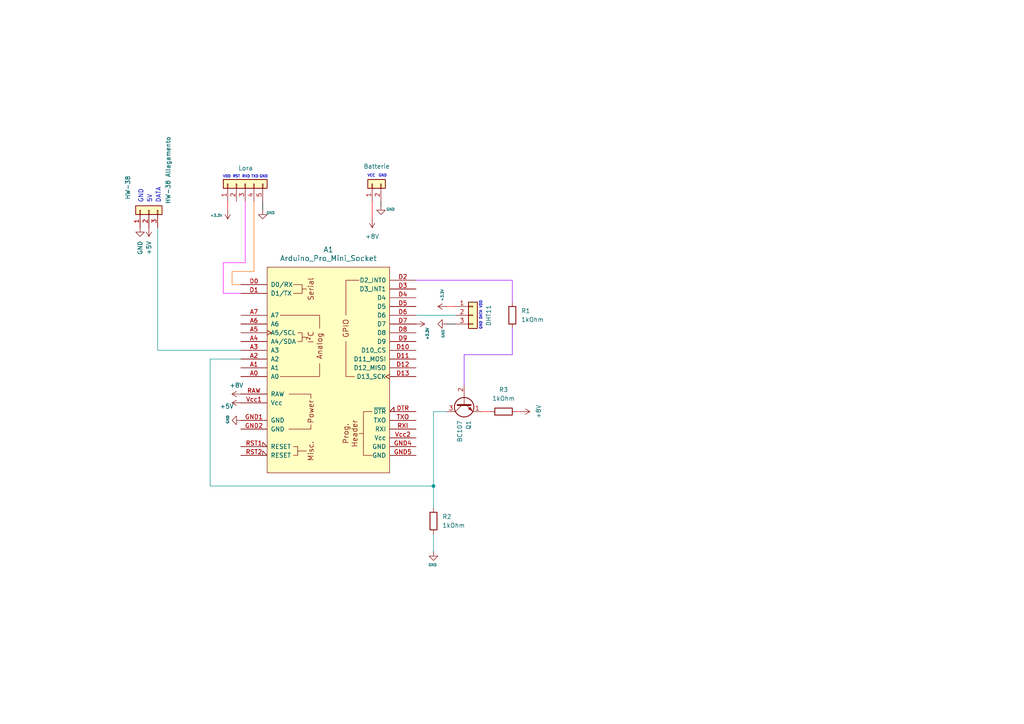
<source format=kicad_sch>
(kicad_sch
	(version 20250114)
	(generator "eeschema")
	(generator_version "9.0")
	(uuid "7caf8978-ebce-4730-ad25-e61529cd09d7")
	(paper "A4")
	(lib_symbols
		(symbol "Connector_Generic:Conn_01x02"
			(pin_names
				(offset 1.016)
				(hide yes)
			)
			(exclude_from_sim no)
			(in_bom yes)
			(on_board yes)
			(property "Reference" "J"
				(at 0 2.54 0)
				(effects
					(font
						(size 1.27 1.27)
					)
				)
			)
			(property "Value" "Conn_01x02"
				(at 0 -5.08 0)
				(effects
					(font
						(size 1.27 1.27)
					)
				)
			)
			(property "Footprint" ""
				(at 0 0 0)
				(effects
					(font
						(size 1.27 1.27)
					)
					(hide yes)
				)
			)
			(property "Datasheet" "~"
				(at 0 0 0)
				(effects
					(font
						(size 1.27 1.27)
					)
					(hide yes)
				)
			)
			(property "Description" "Generic connector, single row, 01x02, script generated (kicad-library-utils/schlib/autogen/connector/)"
				(at 0 0 0)
				(effects
					(font
						(size 1.27 1.27)
					)
					(hide yes)
				)
			)
			(property "ki_keywords" "connector"
				(at 0 0 0)
				(effects
					(font
						(size 1.27 1.27)
					)
					(hide yes)
				)
			)
			(property "ki_fp_filters" "Connector*:*_1x??_*"
				(at 0 0 0)
				(effects
					(font
						(size 1.27 1.27)
					)
					(hide yes)
				)
			)
			(symbol "Conn_01x02_1_1"
				(rectangle
					(start -1.27 1.27)
					(end 1.27 -3.81)
					(stroke
						(width 0.254)
						(type default)
					)
					(fill
						(type background)
					)
				)
				(rectangle
					(start -1.27 0.127)
					(end 0 -0.127)
					(stroke
						(width 0.1524)
						(type default)
					)
					(fill
						(type none)
					)
				)
				(rectangle
					(start -1.27 -2.413)
					(end 0 -2.667)
					(stroke
						(width 0.1524)
						(type default)
					)
					(fill
						(type none)
					)
				)
				(pin passive line
					(at -5.08 0 0)
					(length 3.81)
					(name "Pin_1"
						(effects
							(font
								(size 1.27 1.27)
							)
						)
					)
					(number "1"
						(effects
							(font
								(size 1.27 1.27)
							)
						)
					)
				)
				(pin passive line
					(at -5.08 -2.54 0)
					(length 3.81)
					(name "Pin_2"
						(effects
							(font
								(size 1.27 1.27)
							)
						)
					)
					(number "2"
						(effects
							(font
								(size 1.27 1.27)
							)
						)
					)
				)
			)
			(embedded_fonts no)
		)
		(symbol "Connector_Generic:Conn_01x03"
			(pin_names
				(offset 1.016)
				(hide yes)
			)
			(exclude_from_sim no)
			(in_bom yes)
			(on_board yes)
			(property "Reference" "J"
				(at 0 5.08 0)
				(effects
					(font
						(size 1.27 1.27)
					)
				)
			)
			(property "Value" "Conn_01x03"
				(at 0 -5.08 0)
				(effects
					(font
						(size 1.27 1.27)
					)
				)
			)
			(property "Footprint" ""
				(at 0 0 0)
				(effects
					(font
						(size 1.27 1.27)
					)
					(hide yes)
				)
			)
			(property "Datasheet" "~"
				(at 0 0 0)
				(effects
					(font
						(size 1.27 1.27)
					)
					(hide yes)
				)
			)
			(property "Description" "Generic connector, single row, 01x03, script generated (kicad-library-utils/schlib/autogen/connector/)"
				(at 0 0 0)
				(effects
					(font
						(size 1.27 1.27)
					)
					(hide yes)
				)
			)
			(property "ki_keywords" "connector"
				(at 0 0 0)
				(effects
					(font
						(size 1.27 1.27)
					)
					(hide yes)
				)
			)
			(property "ki_fp_filters" "Connector*:*_1x??_*"
				(at 0 0 0)
				(effects
					(font
						(size 1.27 1.27)
					)
					(hide yes)
				)
			)
			(symbol "Conn_01x03_1_1"
				(rectangle
					(start -1.27 3.81)
					(end 1.27 -3.81)
					(stroke
						(width 0.254)
						(type default)
					)
					(fill
						(type background)
					)
				)
				(rectangle
					(start -1.27 2.667)
					(end 0 2.413)
					(stroke
						(width 0.1524)
						(type default)
					)
					(fill
						(type none)
					)
				)
				(rectangle
					(start -1.27 0.127)
					(end 0 -0.127)
					(stroke
						(width 0.1524)
						(type default)
					)
					(fill
						(type none)
					)
				)
				(rectangle
					(start -1.27 -2.413)
					(end 0 -2.667)
					(stroke
						(width 0.1524)
						(type default)
					)
					(fill
						(type none)
					)
				)
				(pin passive line
					(at -5.08 2.54 0)
					(length 3.81)
					(name "Pin_1"
						(effects
							(font
								(size 1.27 1.27)
							)
						)
					)
					(number "1"
						(effects
							(font
								(size 1.27 1.27)
							)
						)
					)
				)
				(pin passive line
					(at -5.08 0 0)
					(length 3.81)
					(name "Pin_2"
						(effects
							(font
								(size 1.27 1.27)
							)
						)
					)
					(number "2"
						(effects
							(font
								(size 1.27 1.27)
							)
						)
					)
				)
				(pin passive line
					(at -5.08 -2.54 0)
					(length 3.81)
					(name "Pin_3"
						(effects
							(font
								(size 1.27 1.27)
							)
						)
					)
					(number "3"
						(effects
							(font
								(size 1.27 1.27)
							)
						)
					)
				)
			)
			(embedded_fonts no)
		)
		(symbol "Connector_Generic:Conn_01x05"
			(pin_names
				(offset 1.016)
				(hide yes)
			)
			(exclude_from_sim no)
			(in_bom yes)
			(on_board yes)
			(property "Reference" "J"
				(at 0 7.62 0)
				(effects
					(font
						(size 1.27 1.27)
					)
				)
			)
			(property "Value" "Conn_01x05"
				(at 0 -7.62 0)
				(effects
					(font
						(size 1.27 1.27)
					)
				)
			)
			(property "Footprint" ""
				(at 0 0 0)
				(effects
					(font
						(size 1.27 1.27)
					)
					(hide yes)
				)
			)
			(property "Datasheet" "~"
				(at 0 0 0)
				(effects
					(font
						(size 1.27 1.27)
					)
					(hide yes)
				)
			)
			(property "Description" "Generic connector, single row, 01x05, script generated (kicad-library-utils/schlib/autogen/connector/)"
				(at 0 0 0)
				(effects
					(font
						(size 1.27 1.27)
					)
					(hide yes)
				)
			)
			(property "ki_keywords" "connector"
				(at 0 0 0)
				(effects
					(font
						(size 1.27 1.27)
					)
					(hide yes)
				)
			)
			(property "ki_fp_filters" "Connector*:*_1x??_*"
				(at 0 0 0)
				(effects
					(font
						(size 1.27 1.27)
					)
					(hide yes)
				)
			)
			(symbol "Conn_01x05_1_1"
				(rectangle
					(start -1.27 6.35)
					(end 1.27 -6.35)
					(stroke
						(width 0.254)
						(type default)
					)
					(fill
						(type background)
					)
				)
				(rectangle
					(start -1.27 5.207)
					(end 0 4.953)
					(stroke
						(width 0.1524)
						(type default)
					)
					(fill
						(type none)
					)
				)
				(rectangle
					(start -1.27 2.667)
					(end 0 2.413)
					(stroke
						(width 0.1524)
						(type default)
					)
					(fill
						(type none)
					)
				)
				(rectangle
					(start -1.27 0.127)
					(end 0 -0.127)
					(stroke
						(width 0.1524)
						(type default)
					)
					(fill
						(type none)
					)
				)
				(rectangle
					(start -1.27 -2.413)
					(end 0 -2.667)
					(stroke
						(width 0.1524)
						(type default)
					)
					(fill
						(type none)
					)
				)
				(rectangle
					(start -1.27 -4.953)
					(end 0 -5.207)
					(stroke
						(width 0.1524)
						(type default)
					)
					(fill
						(type none)
					)
				)
				(pin passive line
					(at -5.08 5.08 0)
					(length 3.81)
					(name "Pin_1"
						(effects
							(font
								(size 1.27 1.27)
							)
						)
					)
					(number "1"
						(effects
							(font
								(size 1.27 1.27)
							)
						)
					)
				)
				(pin passive line
					(at -5.08 2.54 0)
					(length 3.81)
					(name "Pin_2"
						(effects
							(font
								(size 1.27 1.27)
							)
						)
					)
					(number "2"
						(effects
							(font
								(size 1.27 1.27)
							)
						)
					)
				)
				(pin passive line
					(at -5.08 0 0)
					(length 3.81)
					(name "Pin_3"
						(effects
							(font
								(size 1.27 1.27)
							)
						)
					)
					(number "3"
						(effects
							(font
								(size 1.27 1.27)
							)
						)
					)
				)
				(pin passive line
					(at -5.08 -2.54 0)
					(length 3.81)
					(name "Pin_4"
						(effects
							(font
								(size 1.27 1.27)
							)
						)
					)
					(number "4"
						(effects
							(font
								(size 1.27 1.27)
							)
						)
					)
				)
				(pin passive line
					(at -5.08 -5.08 0)
					(length 3.81)
					(name "Pin_5"
						(effects
							(font
								(size 1.27 1.27)
							)
						)
					)
					(number "5"
						(effects
							(font
								(size 1.27 1.27)
							)
						)
					)
				)
			)
			(embedded_fonts no)
		)
		(symbol "Device:R"
			(pin_numbers
				(hide yes)
			)
			(pin_names
				(offset 0)
			)
			(exclude_from_sim no)
			(in_bom yes)
			(on_board yes)
			(property "Reference" "R"
				(at 2.032 0 90)
				(effects
					(font
						(size 1.27 1.27)
					)
				)
			)
			(property "Value" "R"
				(at 0 0 90)
				(effects
					(font
						(size 1.27 1.27)
					)
				)
			)
			(property "Footprint" ""
				(at -1.778 0 90)
				(effects
					(font
						(size 1.27 1.27)
					)
					(hide yes)
				)
			)
			(property "Datasheet" "~"
				(at 0 0 0)
				(effects
					(font
						(size 1.27 1.27)
					)
					(hide yes)
				)
			)
			(property "Description" "Resistor"
				(at 0 0 0)
				(effects
					(font
						(size 1.27 1.27)
					)
					(hide yes)
				)
			)
			(property "ki_keywords" "R res resistor"
				(at 0 0 0)
				(effects
					(font
						(size 1.27 1.27)
					)
					(hide yes)
				)
			)
			(property "ki_fp_filters" "R_*"
				(at 0 0 0)
				(effects
					(font
						(size 1.27 1.27)
					)
					(hide yes)
				)
			)
			(symbol "R_0_1"
				(rectangle
					(start -1.016 -2.54)
					(end 1.016 2.54)
					(stroke
						(width 0.254)
						(type default)
					)
					(fill
						(type none)
					)
				)
			)
			(symbol "R_1_1"
				(pin passive line
					(at 0 3.81 270)
					(length 1.27)
					(name "~"
						(effects
							(font
								(size 1.27 1.27)
							)
						)
					)
					(number "1"
						(effects
							(font
								(size 1.27 1.27)
							)
						)
					)
				)
				(pin passive line
					(at 0 -3.81 90)
					(length 1.27)
					(name "~"
						(effects
							(font
								(size 1.27 1.27)
							)
						)
					)
					(number "2"
						(effects
							(font
								(size 1.27 1.27)
							)
						)
					)
				)
			)
			(embedded_fonts no)
		)
		(symbol "Transistor_BJT:BC107"
			(pin_names
				(offset 0)
				(hide yes)
			)
			(exclude_from_sim no)
			(in_bom yes)
			(on_board yes)
			(property "Reference" "Q"
				(at 5.08 1.905 0)
				(effects
					(font
						(size 1.27 1.27)
					)
					(justify left)
				)
			)
			(property "Value" "BC107"
				(at 5.08 0 0)
				(effects
					(font
						(size 1.27 1.27)
					)
					(justify left)
				)
			)
			(property "Footprint" "Package_TO_SOT_THT:TO-18-3"
				(at 5.08 -1.905 0)
				(effects
					(font
						(size 1.27 1.27)
						(italic yes)
					)
					(justify left)
					(hide yes)
				)
			)
			(property "Datasheet" "http://www.b-kainka.de/Daten/Transistor/BC108.pdf"
				(at 0 0 0)
				(effects
					(font
						(size 1.27 1.27)
					)
					(justify left)
					(hide yes)
				)
			)
			(property "Description" "0.1A Ic, 50V Vce, Low Noise General Purpose NPN Transistor, TO-18"
				(at 0 0 0)
				(effects
					(font
						(size 1.27 1.27)
					)
					(hide yes)
				)
			)
			(property "ki_keywords" "NPN low noise transistor"
				(at 0 0 0)
				(effects
					(font
						(size 1.27 1.27)
					)
					(hide yes)
				)
			)
			(property "ki_fp_filters" "TO?18*"
				(at 0 0 0)
				(effects
					(font
						(size 1.27 1.27)
					)
					(hide yes)
				)
			)
			(symbol "BC107_0_1"
				(polyline
					(pts
						(xy -2.54 0) (xy 0.635 0)
					)
					(stroke
						(width 0)
						(type default)
					)
					(fill
						(type none)
					)
				)
				(polyline
					(pts
						(xy 0.635 1.905) (xy 0.635 -1.905)
					)
					(stroke
						(width 0.508)
						(type default)
					)
					(fill
						(type none)
					)
				)
				(circle
					(center 1.27 0)
					(radius 2.8194)
					(stroke
						(width 0.254)
						(type default)
					)
					(fill
						(type none)
					)
				)
			)
			(symbol "BC107_1_1"
				(polyline
					(pts
						(xy 0.635 0.635) (xy 2.54 2.54)
					)
					(stroke
						(width 0)
						(type default)
					)
					(fill
						(type none)
					)
				)
				(polyline
					(pts
						(xy 0.635 -0.635) (xy 2.54 -2.54)
					)
					(stroke
						(width 0)
						(type default)
					)
					(fill
						(type none)
					)
				)
				(polyline
					(pts
						(xy 1.27 -1.778) (xy 1.778 -1.27) (xy 2.286 -2.286) (xy 1.27 -1.778)
					)
					(stroke
						(width 0)
						(type default)
					)
					(fill
						(type outline)
					)
				)
				(pin input line
					(at -5.08 0 0)
					(length 2.54)
					(name "B"
						(effects
							(font
								(size 1.27 1.27)
							)
						)
					)
					(number "2"
						(effects
							(font
								(size 1.27 1.27)
							)
						)
					)
				)
				(pin passive line
					(at 2.54 5.08 270)
					(length 2.54)
					(name "C"
						(effects
							(font
								(size 1.27 1.27)
							)
						)
					)
					(number "3"
						(effects
							(font
								(size 1.27 1.27)
							)
						)
					)
				)
				(pin passive line
					(at 2.54 -5.08 90)
					(length 2.54)
					(name "E"
						(effects
							(font
								(size 1.27 1.27)
							)
						)
					)
					(number "1"
						(effects
							(font
								(size 1.27 1.27)
							)
						)
					)
				)
			)
			(embedded_fonts no)
		)
		(symbol "arduino:Arduino_Pro_Mini_Socket"
			(pin_names
				(offset 1.016)
			)
			(exclude_from_sim no)
			(in_bom yes)
			(on_board yes)
			(property "Reference" "A"
				(at 0 36.83 0)
				(effects
					(font
						(size 1.524 1.524)
					)
				)
			)
			(property "Value" "Arduino_Pro_Mini_Socket"
				(at 0 33.02 0)
				(effects
					(font
						(size 1.524 1.524)
					)
				)
			)
			(property "Footprint" "PCM_arduino-library:Arduino_Pro_Mini_Socket"
				(at 0 -36.83 0)
				(effects
					(font
						(size 1.524 1.524)
					)
					(hide yes)
				)
			)
			(property "Datasheet" "https://docs.arduino.cc/retired/boards/arduino-pro-mini"
				(at 0 -33.02 0)
				(effects
					(font
						(size 1.524 1.524)
					)
					(hide yes)
				)
			)
			(property "Description" "Socket for Arduino Pro Mini"
				(at 0 0 0)
				(effects
					(font
						(size 1.27 1.27)
					)
					(hide yes)
				)
			)
			(property "ki_keywords" "Arduino MPU Shield"
				(at 0 0 0)
				(effects
					(font
						(size 1.27 1.27)
					)
					(hide yes)
				)
			)
			(property "ki_fp_filters" "Arduino_Pro_Mini_Socket"
				(at 0 0 0)
				(effects
					(font
						(size 1.27 1.27)
					)
					(hide yes)
				)
			)
			(symbol "Arduino_Pro_Mini_Socket_0_0"
				(rectangle
					(start -17.78 30.48)
					(end 17.78 -29.21)
					(stroke
						(width 0)
						(type default)
					)
					(fill
						(type background)
					)
				)
				(polyline
					(pts
						(xy -11.43 -16.51) (xy -5.08 -16.51) (xy -5.08 -15.24)
					)
					(stroke
						(width 0)
						(type default)
					)
					(fill
						(type none)
					)
				)
				(polyline
					(pts
						(xy -10.16 25.4) (xy -7.62 25.4) (xy -7.62 22.86) (xy -10.16 22.86)
					)
					(stroke
						(width 0)
						(type default)
					)
					(fill
						(type none)
					)
				)
				(polyline
					(pts
						(xy -8.89 11.43) (xy -7.62 11.43) (xy -7.62 8.89) (xy -8.89 8.89)
					)
					(stroke
						(width 0)
						(type default)
					)
					(fill
						(type none)
					)
				)
				(polyline
					(pts
						(xy -7.62 24.13) (xy -6.35 24.13)
					)
					(stroke
						(width 0)
						(type default)
					)
					(fill
						(type none)
					)
				)
				(polyline
					(pts
						(xy -7.62 10.16) (xy -6.35 10.16)
					)
					(stroke
						(width 0)
						(type default)
					)
					(fill
						(type none)
					)
				)
				(polyline
					(pts
						(xy -6.35 -22.86) (xy -8.89 -22.86)
					)
					(stroke
						(width 0)
						(type default)
					)
					(fill
						(type none)
					)
				)
				(polyline
					(pts
						(xy -5.08 -7.62) (xy -5.08 -6.35) (xy -11.43 -6.35)
					)
					(stroke
						(width 0)
						(type default)
					)
					(fill
						(type none)
					)
				)
				(polyline
					(pts
						(xy -2.54 12.7) (xy -2.54 16.51) (xy -13.97 16.51)
					)
					(stroke
						(width 0)
						(type default)
					)
					(fill
						(type none)
					)
				)
				(polyline
					(pts
						(xy -2.54 2.54) (xy -2.54 -1.27) (xy -13.97 -1.27)
					)
					(stroke
						(width 0)
						(type default)
					)
					(fill
						(type none)
					)
				)
				(polyline
					(pts
						(xy 12.7 -11.43) (xy 10.16 -11.43) (xy 10.16 -16.51) (xy 10.16 -17.78) (xy 8.89 -17.78) (xy 10.16 -17.78)
						(xy 10.16 -24.13) (xy 12.7 -24.13)
					)
					(stroke
						(width 0)
						(type default)
					)
					(fill
						(type none)
					)
				)
				(text "Serial"
					(at -5.08 24.13 900)
					(effects
						(font
							(size 1.524 1.524)
						)
					)
				)
				(text "I²C"
					(at -5.08 10.16 900)
					(effects
						(font
							(size 1.524 1.524)
						)
					)
				)
				(text "Power"
					(at -5.08 -11.43 900)
					(effects
						(font
							(size 1.524 1.524)
						)
					)
				)
				(text "Misc."
					(at -5.08 -22.86 900)
					(effects
						(font
							(size 1.524 1.524)
						)
					)
				)
				(text "Analog"
					(at -2.54 7.62 900)
					(effects
						(font
							(size 1.524 1.524)
						)
					)
				)
				(text "Prog."
					(at 5.08 -17.78 900)
					(effects
						(font
							(size 1.524 1.524)
						)
					)
				)
				(text "Header"
					(at 7.62 -17.78 900)
					(effects
						(font
							(size 1.524 1.524)
						)
					)
				)
			)
			(symbol "Arduino_Pro_Mini_Socket_0_1"
				(polyline
					(pts
						(xy -10.16 -24.13) (xy -8.89 -24.13) (xy -8.89 -21.59) (xy -10.16 -21.59)
					)
					(stroke
						(width 0)
						(type default)
					)
					(fill
						(type none)
					)
				)
				(polyline
					(pts
						(xy 7.62 -1.27) (xy 5.08 -1.27) (xy 5.08 8.89)
					)
					(stroke
						(width 0)
						(type default)
					)
					(fill
						(type none)
					)
				)
				(polyline
					(pts
						(xy 8.89 26.67) (xy 5.08 26.67) (xy 5.08 16.51)
					)
					(stroke
						(width 0)
						(type default)
					)
					(fill
						(type none)
					)
				)
			)
			(symbol "Arduino_Pro_Mini_Socket_1_0"
				(text "GPIO"
					(at 5.08 12.7 900)
					(effects
						(font
							(size 1.524 1.524)
						)
					)
				)
			)
			(symbol "Arduino_Pro_Mini_Socket_1_1"
				(pin bidirectional line
					(at -25.4 25.4 0)
					(length 7.62)
					(name "D0/RX"
						(effects
							(font
								(size 1.27 1.27)
							)
						)
					)
					(number "D0"
						(effects
							(font
								(size 1.27 1.27)
							)
						)
					)
				)
				(pin bidirectional line
					(at -25.4 22.86 0)
					(length 7.62)
					(name "D1/TX"
						(effects
							(font
								(size 1.27 1.27)
							)
						)
					)
					(number "D1"
						(effects
							(font
								(size 1.27 1.27)
							)
						)
					)
				)
				(pin input line
					(at -25.4 16.51 0)
					(length 7.62)
					(name "A7"
						(effects
							(font
								(size 1.27 1.27)
							)
						)
					)
					(number "A7"
						(effects
							(font
								(size 1.27 1.27)
							)
						)
					)
				)
				(pin input line
					(at -25.4 13.97 0)
					(length 7.62)
					(name "A6"
						(effects
							(font
								(size 1.27 1.27)
							)
						)
					)
					(number "A6"
						(effects
							(font
								(size 1.27 1.27)
							)
						)
					)
				)
				(pin bidirectional clock
					(at -25.4 11.43 0)
					(length 7.62)
					(name "A5/SCL"
						(effects
							(font
								(size 1.27 1.27)
							)
						)
					)
					(number "A5"
						(effects
							(font
								(size 1.27 1.27)
							)
						)
					)
				)
				(pin bidirectional line
					(at -25.4 8.89 0)
					(length 7.62)
					(name "A4/SDA"
						(effects
							(font
								(size 1.27 1.27)
							)
						)
					)
					(number "A4"
						(effects
							(font
								(size 1.27 1.27)
							)
						)
					)
				)
				(pin bidirectional line
					(at -25.4 6.35 0)
					(length 7.62)
					(name "A3"
						(effects
							(font
								(size 1.27 1.27)
							)
						)
					)
					(number "A3"
						(effects
							(font
								(size 1.27 1.27)
							)
						)
					)
				)
				(pin bidirectional line
					(at -25.4 3.81 0)
					(length 7.62)
					(name "A2"
						(effects
							(font
								(size 1.27 1.27)
							)
						)
					)
					(number "A2"
						(effects
							(font
								(size 1.27 1.27)
							)
						)
					)
				)
				(pin bidirectional line
					(at -25.4 1.27 0)
					(length 7.62)
					(name "A1"
						(effects
							(font
								(size 1.27 1.27)
							)
						)
					)
					(number "A1"
						(effects
							(font
								(size 1.27 1.27)
							)
						)
					)
				)
				(pin bidirectional line
					(at -25.4 -1.27 0)
					(length 7.62)
					(name "A0"
						(effects
							(font
								(size 1.27 1.27)
							)
						)
					)
					(number "A0"
						(effects
							(font
								(size 1.27 1.27)
							)
						)
					)
				)
				(pin power_in line
					(at -25.4 -6.35 0)
					(length 7.62)
					(name "RAW"
						(effects
							(font
								(size 1.27 1.27)
							)
						)
					)
					(number "RAW"
						(effects
							(font
								(size 1.27 1.27)
							)
						)
					)
				)
				(pin power_in line
					(at -25.4 -8.89 0)
					(length 7.62)
					(name "Vcc"
						(effects
							(font
								(size 1.27 1.27)
							)
						)
					)
					(number "Vcc1"
						(effects
							(font
								(size 1.27 1.27)
							)
						)
					)
				)
				(pin power_in line
					(at -25.4 -13.97 0)
					(length 7.62)
					(name "GND"
						(effects
							(font
								(size 1.27 1.27)
							)
						)
					)
					(number "GND1"
						(effects
							(font
								(size 1.27 1.27)
							)
						)
					)
				)
				(pin power_in line
					(at -25.4 -16.51 0)
					(length 7.62)
					(name "GND"
						(effects
							(font
								(size 1.27 1.27)
							)
						)
					)
					(number "GND2"
						(effects
							(font
								(size 1.27 1.27)
							)
						)
					)
				)
				(pin open_collector input_low
					(at -25.4 -21.59 0)
					(length 7.62)
					(name "RESET"
						(effects
							(font
								(size 1.27 1.27)
							)
						)
					)
					(number "RST1"
						(effects
							(font
								(size 1.27 1.27)
							)
						)
					)
				)
				(pin open_collector input_low
					(at -25.4 -24.13 0)
					(length 7.62)
					(name "RESET"
						(effects
							(font
								(size 1.27 1.27)
							)
						)
					)
					(number "RST2"
						(effects
							(font
								(size 1.27 1.27)
							)
						)
					)
				)
				(pin bidirectional line
					(at 25.4 26.67 180)
					(length 7.62)
					(name "D2_INT0"
						(effects
							(font
								(size 1.27 1.27)
							)
						)
					)
					(number "D2"
						(effects
							(font
								(size 1.27 1.27)
							)
						)
					)
				)
				(pin bidirectional line
					(at 25.4 24.13 180)
					(length 7.62)
					(name "D3_INT1"
						(effects
							(font
								(size 1.27 1.27)
							)
						)
					)
					(number "D3"
						(effects
							(font
								(size 1.27 1.27)
							)
						)
					)
				)
				(pin bidirectional line
					(at 25.4 21.59 180)
					(length 7.62)
					(name "D4"
						(effects
							(font
								(size 1.27 1.27)
							)
						)
					)
					(number "D4"
						(effects
							(font
								(size 1.27 1.27)
							)
						)
					)
				)
				(pin bidirectional line
					(at 25.4 19.05 180)
					(length 7.62)
					(name "D5"
						(effects
							(font
								(size 1.27 1.27)
							)
						)
					)
					(number "D5"
						(effects
							(font
								(size 1.27 1.27)
							)
						)
					)
				)
				(pin bidirectional line
					(at 25.4 16.51 180)
					(length 7.62)
					(name "D6"
						(effects
							(font
								(size 1.27 1.27)
							)
						)
					)
					(number "D6"
						(effects
							(font
								(size 1.27 1.27)
							)
						)
					)
				)
				(pin bidirectional line
					(at 25.4 13.97 180)
					(length 7.62)
					(name "D7"
						(effects
							(font
								(size 1.27 1.27)
							)
						)
					)
					(number "D7"
						(effects
							(font
								(size 1.27 1.27)
							)
						)
					)
				)
				(pin bidirectional line
					(at 25.4 11.43 180)
					(length 7.62)
					(name "D8"
						(effects
							(font
								(size 1.27 1.27)
							)
						)
					)
					(number "D8"
						(effects
							(font
								(size 1.27 1.27)
							)
						)
					)
				)
				(pin bidirectional line
					(at 25.4 8.89 180)
					(length 7.62)
					(name "D9"
						(effects
							(font
								(size 1.27 1.27)
							)
						)
					)
					(number "D9"
						(effects
							(font
								(size 1.27 1.27)
							)
						)
					)
				)
				(pin bidirectional line
					(at 25.4 6.35 180)
					(length 7.62)
					(name "D10_CS"
						(effects
							(font
								(size 1.27 1.27)
							)
						)
					)
					(number "D10"
						(effects
							(font
								(size 1.27 1.27)
							)
						)
					)
				)
				(pin bidirectional line
					(at 25.4 3.81 180)
					(length 7.62)
					(name "D11_MOSI"
						(effects
							(font
								(size 1.27 1.27)
							)
						)
					)
					(number "D11"
						(effects
							(font
								(size 1.27 1.27)
							)
						)
					)
				)
				(pin bidirectional line
					(at 25.4 1.27 180)
					(length 7.62)
					(name "D12_MISO"
						(effects
							(font
								(size 1.27 1.27)
							)
						)
					)
					(number "D12"
						(effects
							(font
								(size 1.27 1.27)
							)
						)
					)
				)
				(pin bidirectional clock
					(at 25.4 -1.27 180)
					(length 7.62)
					(name "D13_SCK"
						(effects
							(font
								(size 1.27 1.27)
							)
						)
					)
					(number "D13"
						(effects
							(font
								(size 1.27 1.27)
							)
						)
					)
				)
				(pin input input_low
					(at 25.4 -11.43 180)
					(length 7.62)
					(name "~{DTR}"
						(effects
							(font
								(size 1.27 1.27)
							)
						)
					)
					(number "DTR"
						(effects
							(font
								(size 1.27 1.27)
							)
						)
					)
				)
				(pin output line
					(at 25.4 -13.97 180)
					(length 7.62)
					(name "TXO"
						(effects
							(font
								(size 1.27 1.27)
							)
						)
					)
					(number "TXO"
						(effects
							(font
								(size 1.27 1.27)
							)
						)
					)
				)
				(pin input line
					(at 25.4 -16.51 180)
					(length 7.62)
					(name "RXI"
						(effects
							(font
								(size 1.27 1.27)
							)
						)
					)
					(number "RXI"
						(effects
							(font
								(size 1.27 1.27)
							)
						)
					)
				)
				(pin power_in line
					(at 25.4 -19.05 180)
					(length 7.62)
					(name "Vcc"
						(effects
							(font
								(size 1.27 1.27)
							)
						)
					)
					(number "Vcc2"
						(effects
							(font
								(size 1.27 1.27)
							)
						)
					)
				)
				(pin power_in line
					(at 25.4 -21.59 180)
					(length 7.62)
					(name "GND"
						(effects
							(font
								(size 1.27 1.27)
							)
						)
					)
					(number "GND4"
						(effects
							(font
								(size 1.27 1.27)
							)
						)
					)
				)
				(pin power_in line
					(at 25.4 -24.13 180)
					(length 7.62)
					(name "GND"
						(effects
							(font
								(size 1.27 1.27)
							)
						)
					)
					(number "GND5"
						(effects
							(font
								(size 1.27 1.27)
							)
						)
					)
				)
			)
			(embedded_fonts no)
		)
		(symbol "power:+3.3V"
			(power)
			(pin_numbers
				(hide yes)
			)
			(pin_names
				(offset 0)
				(hide yes)
			)
			(exclude_from_sim no)
			(in_bom yes)
			(on_board yes)
			(property "Reference" "#PWR"
				(at 0 -3.81 0)
				(effects
					(font
						(size 1.27 1.27)
					)
					(hide yes)
				)
			)
			(property "Value" "+3.3V"
				(at 0 3.556 0)
				(effects
					(font
						(size 1.27 1.27)
					)
				)
			)
			(property "Footprint" ""
				(at 0 0 0)
				(effects
					(font
						(size 1.27 1.27)
					)
					(hide yes)
				)
			)
			(property "Datasheet" ""
				(at 0 0 0)
				(effects
					(font
						(size 1.27 1.27)
					)
					(hide yes)
				)
			)
			(property "Description" "Power symbol creates a global label with name \"+3.3V\""
				(at 0 0 0)
				(effects
					(font
						(size 1.27 1.27)
					)
					(hide yes)
				)
			)
			(property "ki_keywords" "global power"
				(at 0 0 0)
				(effects
					(font
						(size 1.27 1.27)
					)
					(hide yes)
				)
			)
			(symbol "+3.3V_0_1"
				(polyline
					(pts
						(xy -0.762 1.27) (xy 0 2.54)
					)
					(stroke
						(width 0)
						(type default)
					)
					(fill
						(type none)
					)
				)
				(polyline
					(pts
						(xy 0 2.54) (xy 0.762 1.27)
					)
					(stroke
						(width 0)
						(type default)
					)
					(fill
						(type none)
					)
				)
				(polyline
					(pts
						(xy 0 0) (xy 0 2.54)
					)
					(stroke
						(width 0)
						(type default)
					)
					(fill
						(type none)
					)
				)
			)
			(symbol "+3.3V_1_1"
				(pin power_in line
					(at 0 0 90)
					(length 0)
					(name "~"
						(effects
							(font
								(size 1.27 1.27)
							)
						)
					)
					(number "1"
						(effects
							(font
								(size 1.27 1.27)
							)
						)
					)
				)
			)
			(embedded_fonts no)
		)
		(symbol "power:+5V"
			(power)
			(pin_numbers
				(hide yes)
			)
			(pin_names
				(offset 0)
				(hide yes)
			)
			(exclude_from_sim no)
			(in_bom yes)
			(on_board yes)
			(property "Reference" "#PWR"
				(at 0 -3.81 0)
				(effects
					(font
						(size 1.27 1.27)
					)
					(hide yes)
				)
			)
			(property "Value" "+5V"
				(at 0 3.556 0)
				(effects
					(font
						(size 1.27 1.27)
					)
				)
			)
			(property "Footprint" ""
				(at 0 0 0)
				(effects
					(font
						(size 1.27 1.27)
					)
					(hide yes)
				)
			)
			(property "Datasheet" ""
				(at 0 0 0)
				(effects
					(font
						(size 1.27 1.27)
					)
					(hide yes)
				)
			)
			(property "Description" "Power symbol creates a global label with name \"+5V\""
				(at 0 0 0)
				(effects
					(font
						(size 1.27 1.27)
					)
					(hide yes)
				)
			)
			(property "ki_keywords" "global power"
				(at 0 0 0)
				(effects
					(font
						(size 1.27 1.27)
					)
					(hide yes)
				)
			)
			(symbol "+5V_0_1"
				(polyline
					(pts
						(xy -0.762 1.27) (xy 0 2.54)
					)
					(stroke
						(width 0)
						(type default)
					)
					(fill
						(type none)
					)
				)
				(polyline
					(pts
						(xy 0 2.54) (xy 0.762 1.27)
					)
					(stroke
						(width 0)
						(type default)
					)
					(fill
						(type none)
					)
				)
				(polyline
					(pts
						(xy 0 0) (xy 0 2.54)
					)
					(stroke
						(width 0)
						(type default)
					)
					(fill
						(type none)
					)
				)
			)
			(symbol "+5V_1_1"
				(pin power_in line
					(at 0 0 90)
					(length 0)
					(name "~"
						(effects
							(font
								(size 1.27 1.27)
							)
						)
					)
					(number "1"
						(effects
							(font
								(size 1.27 1.27)
							)
						)
					)
				)
			)
			(embedded_fonts no)
		)
		(symbol "power:+7.5V"
			(power)
			(pin_numbers
				(hide yes)
			)
			(pin_names
				(offset 0)
				(hide yes)
			)
			(exclude_from_sim no)
			(in_bom yes)
			(on_board yes)
			(property "Reference" "#PWR"
				(at 0 -3.81 0)
				(effects
					(font
						(size 1.27 1.27)
					)
					(hide yes)
				)
			)
			(property "Value" "+7.5V"
				(at 0 3.556 0)
				(effects
					(font
						(size 1.27 1.27)
					)
				)
			)
			(property "Footprint" ""
				(at 0 0 0)
				(effects
					(font
						(size 1.27 1.27)
					)
					(hide yes)
				)
			)
			(property "Datasheet" ""
				(at 0 0 0)
				(effects
					(font
						(size 1.27 1.27)
					)
					(hide yes)
				)
			)
			(property "Description" "Power symbol creates a global label with name \"+7.5V\""
				(at 0 0 0)
				(effects
					(font
						(size 1.27 1.27)
					)
					(hide yes)
				)
			)
			(property "ki_keywords" "global power"
				(at 0 0 0)
				(effects
					(font
						(size 1.27 1.27)
					)
					(hide yes)
				)
			)
			(symbol "+7.5V_0_1"
				(polyline
					(pts
						(xy -0.762 1.27) (xy 0 2.54)
					)
					(stroke
						(width 0)
						(type default)
					)
					(fill
						(type none)
					)
				)
				(polyline
					(pts
						(xy 0 2.54) (xy 0.762 1.27)
					)
					(stroke
						(width 0)
						(type default)
					)
					(fill
						(type none)
					)
				)
				(polyline
					(pts
						(xy 0 0) (xy 0 2.54)
					)
					(stroke
						(width 0)
						(type default)
					)
					(fill
						(type none)
					)
				)
			)
			(symbol "+7.5V_1_1"
				(pin power_in line
					(at 0 0 90)
					(length 0)
					(name "~"
						(effects
							(font
								(size 1.27 1.27)
							)
						)
					)
					(number "1"
						(effects
							(font
								(size 1.27 1.27)
							)
						)
					)
				)
			)
			(embedded_fonts no)
		)
		(symbol "power:+8V"
			(power)
			(pin_numbers
				(hide yes)
			)
			(pin_names
				(offset 0)
				(hide yes)
			)
			(exclude_from_sim no)
			(in_bom yes)
			(on_board yes)
			(property "Reference" "#PWR"
				(at 0 -3.81 0)
				(effects
					(font
						(size 1.27 1.27)
					)
					(hide yes)
				)
			)
			(property "Value" "+8V"
				(at 0 3.556 0)
				(effects
					(font
						(size 1.27 1.27)
					)
				)
			)
			(property "Footprint" ""
				(at 0 0 0)
				(effects
					(font
						(size 1.27 1.27)
					)
					(hide yes)
				)
			)
			(property "Datasheet" ""
				(at 0 0 0)
				(effects
					(font
						(size 1.27 1.27)
					)
					(hide yes)
				)
			)
			(property "Description" "Power symbol creates a global label with name \"+8V\""
				(at 0 0 0)
				(effects
					(font
						(size 1.27 1.27)
					)
					(hide yes)
				)
			)
			(property "ki_keywords" "global power"
				(at 0 0 0)
				(effects
					(font
						(size 1.27 1.27)
					)
					(hide yes)
				)
			)
			(symbol "+8V_0_1"
				(polyline
					(pts
						(xy -0.762 1.27) (xy 0 2.54)
					)
					(stroke
						(width 0)
						(type default)
					)
					(fill
						(type none)
					)
				)
				(polyline
					(pts
						(xy 0 2.54) (xy 0.762 1.27)
					)
					(stroke
						(width 0)
						(type default)
					)
					(fill
						(type none)
					)
				)
				(polyline
					(pts
						(xy 0 0) (xy 0 2.54)
					)
					(stroke
						(width 0)
						(type default)
					)
					(fill
						(type none)
					)
				)
			)
			(symbol "+8V_1_1"
				(pin power_in line
					(at 0 0 90)
					(length 0)
					(name "~"
						(effects
							(font
								(size 1.27 1.27)
							)
						)
					)
					(number "1"
						(effects
							(font
								(size 1.27 1.27)
							)
						)
					)
				)
			)
			(embedded_fonts no)
		)
		(symbol "power:GND"
			(power)
			(pin_numbers
				(hide yes)
			)
			(pin_names
				(offset 0)
				(hide yes)
			)
			(exclude_from_sim no)
			(in_bom yes)
			(on_board yes)
			(property "Reference" "#PWR"
				(at 0 -6.35 0)
				(effects
					(font
						(size 1.27 1.27)
					)
					(hide yes)
				)
			)
			(property "Value" "GND"
				(at 0 -3.81 0)
				(effects
					(font
						(size 1.27 1.27)
					)
				)
			)
			(property "Footprint" ""
				(at 0 0 0)
				(effects
					(font
						(size 1.27 1.27)
					)
					(hide yes)
				)
			)
			(property "Datasheet" ""
				(at 0 0 0)
				(effects
					(font
						(size 1.27 1.27)
					)
					(hide yes)
				)
			)
			(property "Description" "Power symbol creates a global label with name \"GND\" , ground"
				(at 0 0 0)
				(effects
					(font
						(size 1.27 1.27)
					)
					(hide yes)
				)
			)
			(property "ki_keywords" "global power"
				(at 0 0 0)
				(effects
					(font
						(size 1.27 1.27)
					)
					(hide yes)
				)
			)
			(symbol "GND_0_1"
				(polyline
					(pts
						(xy 0 0) (xy 0 -1.27) (xy 1.27 -1.27) (xy 0 -2.54) (xy -1.27 -1.27) (xy 0 -1.27)
					)
					(stroke
						(width 0)
						(type default)
					)
					(fill
						(type none)
					)
				)
			)
			(symbol "GND_1_1"
				(pin power_in line
					(at 0 0 270)
					(length 0)
					(name "~"
						(effects
							(font
								(size 1.27 1.27)
							)
						)
					)
					(number "1"
						(effects
							(font
								(size 1.27 1.27)
							)
						)
					)
				)
			)
			(embedded_fonts no)
		)
	)
	(text "VCC"
		(exclude_from_sim no)
		(at 107.696 51.054 0)
		(effects
			(font
				(size 0.762 0.762)
			)
		)
		(uuid "023a021c-15ad-495e-a8fc-f65a78399792")
	)
	(text "GND"
		(exclude_from_sim no)
		(at 139.446 94.488 90)
		(effects
			(font
				(size 0.762 0.762)
			)
		)
		(uuid "0cd5b9c1-35c1-401b-ad3e-64b946a078ae")
	)
	(text "DATA"
		(exclude_from_sim no)
		(at 45.974 56.642 90)
		(effects
			(font
				(size 1.27 1.27)
			)
		)
		(uuid "1621dc4f-4018-42cd-a6fa-da973577f9ee")
	)
	(text "5V"
		(exclude_from_sim no)
		(at 43.434 57.658 90)
		(effects
			(font
				(size 1.27 1.27)
			)
		)
		(uuid "365dba18-5d01-4687-ade0-57aa946ae6eb")
	)
	(text "TXD"
		(exclude_from_sim no)
		(at 73.914 51.308 0)
		(effects
			(font
				(size 0.762 0.762)
			)
		)
		(uuid "46e917e5-f05d-4426-91e7-91c612ece025")
	)
	(text "GND"
		(exclude_from_sim no)
		(at 40.894 56.896 90)
		(effects
			(font
				(size 1.27 1.27)
			)
		)
		(uuid "6409fb69-6f8b-4baf-9fe5-49467bbab363")
	)
	(text "GND\n"
		(exclude_from_sim no)
		(at 76.454 51.308 0)
		(effects
			(font
				(size 0.762 0.762)
			)
		)
		(uuid "68d7ec9e-c1f7-45f8-b104-69bf8db1b221")
	)
	(text "VDD"
		(exclude_from_sim no)
		(at 139.446 88.392 90)
		(effects
			(font
				(size 0.762 0.762)
			)
		)
		(uuid "85c5dea5-39dd-4e19-bcaf-e6d880f48bae")
	)
	(text "DATA"
		(exclude_from_sim no)
		(at 139.446 91.44 90)
		(effects
			(font
				(size 0.762 0.762)
			)
		)
		(uuid "c116bd13-e5bf-463d-9580-0739b261352b")
	)
	(text "RXD"
		(exclude_from_sim no)
		(at 71.374 51.308 0)
		(effects
			(font
				(size 0.762 0.762)
			)
		)
		(uuid "e6a37a20-05b4-4571-aa8e-222c7935b1c6")
	)
	(text "RST"
		(exclude_from_sim no)
		(at 68.58 51.308 0)
		(effects
			(font
				(size 0.762 0.762)
			)
		)
		(uuid "e8cfa590-83b8-477c-b52a-e037d55ab002")
	)
	(text "GND"
		(exclude_from_sim no)
		(at 110.998 51.054 0)
		(effects
			(font
				(size 0.762 0.762)
			)
		)
		(uuid "eb644fbf-ffe7-47c1-a444-9e2a91b3f222")
	)
	(text "VDD\n"
		(exclude_from_sim no)
		(at 65.786 51.308 0)
		(effects
			(font
				(size 0.762 0.762)
			)
		)
		(uuid "f3780441-4913-4480-860b-fdad214cab63")
	)
	(junction
		(at 125.73 140.97)
		(diameter 0)
		(color 0 144 144 1)
		(uuid "5ab87221-fa35-4ef1-a8ac-8c4ef478a969")
	)
	(wire
		(pts
			(xy 125.73 119.38) (xy 129.54 119.38)
		)
		(stroke
			(width 0)
			(type default)
			(color 0 144 144 1)
		)
		(uuid "0cb1adc9-64ac-4abf-b60e-5d15f59a4c37")
	)
	(wire
		(pts
			(xy 64.77 76.2) (xy 64.77 85.09)
		)
		(stroke
			(width 0)
			(type default)
			(color 255 4 255 1)
		)
		(uuid "0d787502-69bf-45bc-8aa2-8eaebc956cad")
	)
	(wire
		(pts
			(xy 107.95 58.42) (xy 107.95 63.5)
		)
		(stroke
			(width 0)
			(type default)
			(color 255 0 0 1)
		)
		(uuid "0e2eeeca-50f6-49d1-b4a7-d9cc3aec044c")
	)
	(wire
		(pts
			(xy 134.62 102.87) (xy 148.59 102.87)
		)
		(stroke
			(width 0)
			(type default)
			(color 128 0 255 1)
		)
		(uuid "1e6553bb-52d1-408d-8697-e219180a62a4")
	)
	(wire
		(pts
			(xy 151.13 119.38) (xy 149.86 119.38)
		)
		(stroke
			(width 0)
			(type default)
			(color 255 0 0 1)
		)
		(uuid "226e3437-7e43-459a-bae6-b1ccdcdda42f")
	)
	(wire
		(pts
			(xy 125.73 119.38) (xy 125.73 140.97)
		)
		(stroke
			(width 0)
			(type default)
			(color 0 144 144 1)
		)
		(uuid "2bfd46b0-f48e-4338-a890-aceab1237451")
	)
	(wire
		(pts
			(xy 67.31 82.55) (xy 69.85 82.55)
		)
		(stroke
			(width 0)
			(type default)
			(color 255 106 0 1)
		)
		(uuid "337a95fd-08a5-4d5a-8a0c-91fb5f712dde")
	)
	(wire
		(pts
			(xy 45.72 101.6) (xy 69.85 101.6)
		)
		(stroke
			(width 0)
			(type default)
			(color 0 144 144 1)
		)
		(uuid "37b8f1a8-fdd7-4cc2-90c3-032504cbf715")
	)
	(wire
		(pts
			(xy 142.24 119.38) (xy 139.7 119.38)
		)
		(stroke
			(width 0)
			(type default)
			(color 255 0 0 1)
		)
		(uuid "38a4e81e-6013-491c-808e-e995bc297841")
	)
	(wire
		(pts
			(xy 45.72 101.6) (xy 45.72 66.04)
		)
		(stroke
			(width 0)
			(type default)
			(color 0 144 144 1)
		)
		(uuid "4258a57e-291f-4c2d-a04b-e7f553c1643e")
	)
	(wire
		(pts
			(xy 76.2 58.42) (xy 76.2 60.96)
		)
		(stroke
			(width 0)
			(type default)
			(color 0 0 0 1)
		)
		(uuid "5cdf92c0-d590-4529-994c-5b5c0522288c")
	)
	(wire
		(pts
			(xy 148.59 87.63) (xy 148.59 81.28)
		)
		(stroke
			(width 0)
			(type default)
			(color 173 0 255 1)
		)
		(uuid "64ebede7-04fd-495a-912c-edc7430ee137")
	)
	(wire
		(pts
			(xy 73.66 58.42) (xy 73.66 78.74)
		)
		(stroke
			(width 0)
			(type default)
			(color 255 106 0 1)
		)
		(uuid "653b7d6a-a7b6-4c74-b077-8b670930ffd1")
	)
	(wire
		(pts
			(xy 71.12 58.42) (xy 71.12 76.2)
		)
		(stroke
			(width 0)
			(type default)
			(color 255 4 255 1)
		)
		(uuid "65feb1bb-2599-4ab4-9bc4-81f9d74c9171")
	)
	(wire
		(pts
			(xy 60.96 140.97) (xy 60.96 104.14)
		)
		(stroke
			(width 0)
			(type default)
			(color 0 144 144 1)
		)
		(uuid "73aa67e2-6287-4960-bc9e-509e289875c0")
	)
	(wire
		(pts
			(xy 134.62 102.87) (xy 134.62 111.76)
		)
		(stroke
			(width 0)
			(type default)
			(color 128 0 255 1)
		)
		(uuid "74eaeef4-a2b2-462f-8dba-f81eecfcf96e")
	)
	(wire
		(pts
			(xy 64.77 85.09) (xy 69.85 85.09)
		)
		(stroke
			(width 0)
			(type default)
			(color 255 4 255 1)
		)
		(uuid "7642a5cf-3ba9-4c3d-9db7-8311dd03af23")
	)
	(wire
		(pts
			(xy 71.12 76.2) (xy 64.77 76.2)
		)
		(stroke
			(width 0)
			(type default)
			(color 255 4 255 1)
		)
		(uuid "8fa83e2c-bf77-45bc-a53d-d614a6c00af2")
	)
	(wire
		(pts
			(xy 125.73 140.97) (xy 60.96 140.97)
		)
		(stroke
			(width 0)
			(type default)
			(color 0 144 144 1)
		)
		(uuid "99d8b251-fe67-48d7-a7fa-62701074f8a6")
	)
	(wire
		(pts
			(xy 73.66 78.74) (xy 67.31 78.74)
		)
		(stroke
			(width 0)
			(type default)
			(color 255 106 0 1)
		)
		(uuid "9f0bb39c-074d-463b-a67d-a7e9d0f46eb0")
	)
	(wire
		(pts
			(xy 148.59 81.28) (xy 120.65 81.28)
		)
		(stroke
			(width 0)
			(type default)
			(color 173 0 255 1)
		)
		(uuid "a0962e0d-5244-4556-9533-a4a24838f089")
	)
	(wire
		(pts
			(xy 67.31 78.74) (xy 67.31 82.55)
		)
		(stroke
			(width 0)
			(type default)
			(color 255 106 0 1)
		)
		(uuid "a2918e01-37f5-403b-8557-52e3ff957414")
	)
	(wire
		(pts
			(xy 125.73 154.94) (xy 125.73 160.02)
		)
		(stroke
			(width 0)
			(type default)
			(color 0 144 144 1)
		)
		(uuid "a2d70bd6-04fc-4a7b-9d7e-1c8527df1208")
	)
	(wire
		(pts
			(xy 125.73 140.97) (xy 125.73 147.32)
		)
		(stroke
			(width 0)
			(type default)
			(color 0 144 144 1)
		)
		(uuid "c3b5b8f6-6418-42a7-b068-08b9e5a2fdfb")
	)
	(wire
		(pts
			(xy 60.96 104.14) (xy 69.85 104.14)
		)
		(stroke
			(width 0)
			(type default)
			(color 0 144 144 1)
		)
		(uuid "c4422974-9617-4ab6-bc67-8e248b99f220")
	)
	(wire
		(pts
			(xy 132.08 88.9) (xy 129.54 88.9)
		)
		(stroke
			(width 0)
			(type default)
			(color 255 0 0 1)
		)
		(uuid "c843f0ab-87ce-4f36-a1b7-b9cd05b79216")
	)
	(wire
		(pts
			(xy 132.08 91.44) (xy 120.65 91.44)
		)
		(stroke
			(width 0)
			(type default)
			(color 0 144 144 1)
		)
		(uuid "cb3d8824-c45d-465f-b410-53233c12e8f9")
	)
	(wire
		(pts
			(xy 132.08 93.98) (xy 129.54 93.98)
		)
		(stroke
			(width 0)
			(type default)
			(color 0 0 0 1)
		)
		(uuid "e49e5a15-1477-46ce-8210-ee8f90dd5475")
	)
	(wire
		(pts
			(xy 148.59 102.87) (xy 148.59 95.25)
		)
		(stroke
			(width 0)
			(type default)
			(color 128 0 255 1)
		)
		(uuid "ec20dd6e-1297-434a-9d9f-b972e9a18e92")
	)
	(wire
		(pts
			(xy 110.49 59.69) (xy 110.49 58.42)
		)
		(stroke
			(width 0)
			(type default)
			(color 0 0 0 1)
		)
		(uuid "f05d6584-5f19-4c57-910d-8a5ba1fcea13")
	)
	(wire
		(pts
			(xy 66.04 58.42) (xy 66.04 60.96)
		)
		(stroke
			(width 0)
			(type default)
			(color 255 0 0 1)
		)
		(uuid "f83fbd1f-29be-4f25-aa0a-fe71bc721e0e")
	)
	(symbol
		(lib_id "Device:R")
		(at 146.05 119.38 90)
		(unit 1)
		(exclude_from_sim no)
		(in_bom yes)
		(on_board yes)
		(dnp no)
		(fields_autoplaced yes)
		(uuid "02e7c327-7f35-4b07-ad03-07218a3b2af8")
		(property "Reference" "R3"
			(at 146.05 113.03 90)
			(effects
				(font
					(size 1.27 1.27)
				)
			)
		)
		(property "Value" "1kOhm"
			(at 146.05 115.57 90)
			(effects
				(font
					(size 1.27 1.27)
				)
			)
		)
		(property "Footprint" ""
			(at 146.05 121.158 90)
			(effects
				(font
					(size 1.27 1.27)
				)
				(hide yes)
			)
		)
		(property "Datasheet" "~"
			(at 146.05 119.38 0)
			(effects
				(font
					(size 1.27 1.27)
				)
				(hide yes)
			)
		)
		(property "Description" "Resistor"
			(at 146.05 119.38 0)
			(effects
				(font
					(size 1.27 1.27)
				)
				(hide yes)
			)
		)
		(pin "1"
			(uuid "cf2217e9-c4f9-4fa0-8cc2-97f51777bd9b")
		)
		(pin "2"
			(uuid "057c89f2-d3aa-41b2-a5ed-b23002780c47")
		)
		(instances
			(project "Schema_arduino_nano-CASE_2"
				(path "/7caf8978-ebce-4730-ad25-e61529cd09d7"
					(reference "R3")
					(unit 1)
				)
			)
		)
	)
	(symbol
		(lib_id "power:GND")
		(at 125.73 160.02 0)
		(unit 1)
		(exclude_from_sim no)
		(in_bom yes)
		(on_board yes)
		(dnp no)
		(uuid "04cf9e42-f1d0-4a2c-bec2-f7fb4f0b5213")
		(property "Reference" "#PWR013"
			(at 125.73 166.37 0)
			(effects
				(font
					(size 1.27 1.27)
				)
				(hide yes)
			)
		)
		(property "Value" "GND"
			(at 125.476 163.83 0)
			(effects
				(font
					(size 0.762 0.762)
				)
			)
		)
		(property "Footprint" ""
			(at 125.73 160.02 0)
			(effects
				(font
					(size 1.27 1.27)
				)
				(hide yes)
			)
		)
		(property "Datasheet" ""
			(at 125.73 160.02 0)
			(effects
				(font
					(size 1.27 1.27)
				)
				(hide yes)
			)
		)
		(property "Description" "Power symbol creates a global label with name \"GND\" , ground"
			(at 125.73 160.02 0)
			(effects
				(font
					(size 1.27 1.27)
				)
				(hide yes)
			)
		)
		(pin "1"
			(uuid "320c1501-349f-4ae2-ab59-f1532abf66dc")
		)
		(instances
			(project "Schema_arduino_nano-CASE_2"
				(path "/7caf8978-ebce-4730-ad25-e61529cd09d7"
					(reference "#PWR013")
					(unit 1)
				)
			)
		)
	)
	(symbol
		(lib_id "power:+7.5V")
		(at 69.85 114.3 90)
		(unit 1)
		(exclude_from_sim no)
		(in_bom yes)
		(on_board yes)
		(dnp no)
		(fields_autoplaced yes)
		(uuid "091e74ce-4c57-47ae-9c0f-65bbf2a8889b")
		(property "Reference" "#PWR014"
			(at 73.66 114.3 0)
			(effects
				(font
					(size 1.27 1.27)
				)
				(hide yes)
			)
		)
		(property "Value" "+8V"
			(at 68.58 111.76 90)
			(effects
				(font
					(size 1.27 1.27)
				)
			)
		)
		(property "Footprint" ""
			(at 69.85 114.3 0)
			(effects
				(font
					(size 1.27 1.27)
				)
				(hide yes)
			)
		)
		(property "Datasheet" ""
			(at 69.85 114.3 0)
			(effects
				(font
					(size 1.27 1.27)
				)
				(hide yes)
			)
		)
		(property "Description" "Power symbol creates a global label with name \"+7.5V\""
			(at 69.85 114.3 0)
			(effects
				(font
					(size 1.27 1.27)
				)
				(hide yes)
			)
		)
		(pin "1"
			(uuid "addcd97f-45e9-4fed-9bdb-fb3fd31bd327")
		)
		(instances
			(project "Schema_arduino_nano-CASE_2"
				(path "/7caf8978-ebce-4730-ad25-e61529cd09d7"
					(reference "#PWR014")
					(unit 1)
				)
			)
		)
	)
	(symbol
		(lib_id "Connector_Generic:Conn_01x03")
		(at 43.18 60.96 90)
		(unit 1)
		(exclude_from_sim no)
		(in_bom yes)
		(on_board yes)
		(dnp no)
		(uuid "0b2333cf-c5eb-45a1-81b7-2adcf8a175fe")
		(property "Reference" "HW-38"
			(at 37.084 57.912 0)
			(effects
				(font
					(size 1.27 1.27)
				)
				(justify left)
			)
		)
		(property "Value" "HW-38 Allagamento"
			(at 48.768 59.182 0)
			(effects
				(font
					(size 1.27 1.27)
				)
				(justify left)
			)
		)
		(property "Footprint" ""
			(at 43.18 60.96 0)
			(effects
				(font
					(size 1.27 1.27)
				)
				(hide yes)
			)
		)
		(property "Datasheet" "~"
			(at 43.18 60.96 0)
			(effects
				(font
					(size 1.27 1.27)
				)
				(hide yes)
			)
		)
		(property "Description" "Generic connector, single row, 01x03, script generated (kicad-library-utils/schlib/autogen/connector/)"
			(at 43.18 60.96 0)
			(effects
				(font
					(size 1.27 1.27)
				)
				(hide yes)
			)
		)
		(pin "3"
			(uuid "0bfe945e-399c-44e1-8602-f45683380233")
		)
		(pin "1"
			(uuid "077db551-f643-414a-9c43-857c5c2c06c4")
		)
		(pin "2"
			(uuid "45d53662-625f-4c29-8271-c756f81fd0d6")
		)
		(instances
			(project ""
				(path "/7caf8978-ebce-4730-ad25-e61529cd09d7"
					(reference "HW-38")
					(unit 1)
				)
			)
		)
	)
	(symbol
		(lib_id "power:GND")
		(at 40.64 66.04 0)
		(unit 1)
		(exclude_from_sim no)
		(in_bom yes)
		(on_board yes)
		(dnp no)
		(fields_autoplaced yes)
		(uuid "1782a653-b157-45bc-ad4e-567ebed1e7d5")
		(property "Reference" "#PWR012"
			(at 40.64 72.39 0)
			(effects
				(font
					(size 1.27 1.27)
				)
				(hide yes)
			)
		)
		(property "Value" "GND"
			(at 40.6399 69.85 90)
			(effects
				(font
					(size 1.27 1.27)
				)
				(justify right)
			)
		)
		(property "Footprint" ""
			(at 40.64 66.04 0)
			(effects
				(font
					(size 1.27 1.27)
				)
				(hide yes)
			)
		)
		(property "Datasheet" ""
			(at 40.64 66.04 0)
			(effects
				(font
					(size 1.27 1.27)
				)
				(hide yes)
			)
		)
		(property "Description" "Power symbol creates a global label with name \"GND\" , ground"
			(at 40.64 66.04 0)
			(effects
				(font
					(size 1.27 1.27)
				)
				(hide yes)
			)
		)
		(pin "1"
			(uuid "9a3c6103-380f-4fd8-820c-42ee54df4f55")
		)
		(instances
			(project ""
				(path "/7caf8978-ebce-4730-ad25-e61529cd09d7"
					(reference "#PWR012")
					(unit 1)
				)
			)
		)
	)
	(symbol
		(lib_id "power:+5V")
		(at 43.18 66.04 180)
		(unit 1)
		(exclude_from_sim no)
		(in_bom yes)
		(on_board yes)
		(dnp no)
		(fields_autoplaced yes)
		(uuid "186af7fd-3e38-413c-8019-7f658bf05bdb")
		(property "Reference" "#PWR011"
			(at 43.18 62.23 0)
			(effects
				(font
					(size 1.27 1.27)
				)
				(hide yes)
			)
		)
		(property "Value" "+5V"
			(at 43.1799 69.85 90)
			(effects
				(font
					(size 1.27 1.27)
				)
				(justify left)
			)
		)
		(property "Footprint" ""
			(at 43.18 66.04 0)
			(effects
				(font
					(size 1.27 1.27)
				)
				(hide yes)
			)
		)
		(property "Datasheet" ""
			(at 43.18 66.04 0)
			(effects
				(font
					(size 1.27 1.27)
				)
				(hide yes)
			)
		)
		(property "Description" "Power symbol creates a global label with name \"+5V\""
			(at 43.18 66.04 0)
			(effects
				(font
					(size 1.27 1.27)
				)
				(hide yes)
			)
		)
		(pin "1"
			(uuid "94f35c6e-cf6e-4cd6-b046-ed3467d00b4c")
		)
		(instances
			(project ""
				(path "/7caf8978-ebce-4730-ad25-e61529cd09d7"
					(reference "#PWR011")
					(unit 1)
				)
			)
		)
	)
	(symbol
		(lib_id "Connector_Generic:Conn_01x03")
		(at 137.16 91.44 0)
		(unit 1)
		(exclude_from_sim no)
		(in_bom yes)
		(on_board yes)
		(dnp no)
		(uuid "2fbff897-7e0c-40d1-a37a-3f420d1b1a98")
		(property "Reference" "DHT11"
			(at 141.732 88.392 90)
			(effects
				(font
					(size 1.27 1.27)
				)
				(justify right)
			)
		)
		(property "Value" "Conn_01x03"
			(at 139.7 92.7099 0)
			(effects
				(font
					(size 1.27 1.27)
				)
				(justify left)
				(hide yes)
			)
		)
		(property "Footprint" ""
			(at 137.16 91.44 0)
			(effects
				(font
					(size 1.27 1.27)
				)
				(hide yes)
			)
		)
		(property "Datasheet" "~"
			(at 137.16 91.44 0)
			(effects
				(font
					(size 1.27 1.27)
				)
				(hide yes)
			)
		)
		(property "Description" "Generic connector, single row, 01x03, script generated (kicad-library-utils/schlib/autogen/connector/)"
			(at 137.16 91.44 0)
			(effects
				(font
					(size 1.27 1.27)
				)
				(hide yes)
			)
		)
		(pin "2"
			(uuid "47181e81-7b5d-4bb1-ac8c-23376da852aa")
		)
		(pin "1"
			(uuid "ebdcfa6f-b4b4-4050-9f13-7d4b5e9ac2ad")
		)
		(pin "3"
			(uuid "8e76ec0f-cf72-4f98-a31a-8027f5c06844")
		)
		(instances
			(project ""
				(path "/7caf8978-ebce-4730-ad25-e61529cd09d7"
					(reference "DHT11")
					(unit 1)
				)
			)
		)
	)
	(symbol
		(lib_id "power:GND")
		(at 69.85 121.92 270)
		(unit 1)
		(exclude_from_sim no)
		(in_bom yes)
		(on_board yes)
		(dnp no)
		(uuid "36154da9-437f-4886-bea9-840b7fb804a2")
		(property "Reference" "#PWR010"
			(at 63.5 121.92 0)
			(effects
				(font
					(size 1.27 1.27)
				)
				(hide yes)
			)
		)
		(property "Value" "GND"
			(at 66.04 121.666 0)
			(effects
				(font
					(size 0.762 0.762)
				)
			)
		)
		(property "Footprint" ""
			(at 69.85 121.92 0)
			(effects
				(font
					(size 1.27 1.27)
				)
				(hide yes)
			)
		)
		(property "Datasheet" ""
			(at 69.85 121.92 0)
			(effects
				(font
					(size 1.27 1.27)
				)
				(hide yes)
			)
		)
		(property "Description" "Power symbol creates a global label with name \"GND\" , ground"
			(at 69.85 121.92 0)
			(effects
				(font
					(size 1.27 1.27)
				)
				(hide yes)
			)
		)
		(pin "1"
			(uuid "3213ed48-5b88-4793-aece-3ed28a4f83e5")
		)
		(instances
			(project "Case_3"
				(path "/7caf8978-ebce-4730-ad25-e61529cd09d7"
					(reference "#PWR010")
					(unit 1)
				)
			)
		)
	)
	(symbol
		(lib_id "power:GND")
		(at 76.2 60.96 0)
		(unit 1)
		(exclude_from_sim no)
		(in_bom yes)
		(on_board yes)
		(dnp no)
		(uuid "42a38ecc-61c8-48e1-bf45-211233a12db1")
		(property "Reference" "#PWR01"
			(at 76.2 67.31 0)
			(effects
				(font
					(size 1.27 1.27)
				)
				(hide yes)
			)
		)
		(property "Value" "GND"
			(at 78.486 61.722 0)
			(effects
				(font
					(size 0.762 0.762)
				)
			)
		)
		(property "Footprint" ""
			(at 76.2 60.96 0)
			(effects
				(font
					(size 1.27 1.27)
				)
				(hide yes)
			)
		)
		(property "Datasheet" ""
			(at 76.2 60.96 0)
			(effects
				(font
					(size 1.27 1.27)
				)
				(hide yes)
			)
		)
		(property "Description" "Power symbol creates a global label with name \"GND\" , ground"
			(at 76.2 60.96 0)
			(effects
				(font
					(size 1.27 1.27)
				)
				(hide yes)
			)
		)
		(pin "1"
			(uuid "8cac2a62-0874-4814-80f0-7c421901e285")
		)
		(instances
			(project ""
				(path "/7caf8978-ebce-4730-ad25-e61529cd09d7"
					(reference "#PWR01")
					(unit 1)
				)
			)
		)
	)
	(symbol
		(lib_id "power:+3.3V")
		(at 129.54 88.9 90)
		(unit 1)
		(exclude_from_sim no)
		(in_bom yes)
		(on_board yes)
		(dnp no)
		(uuid "620b7c13-e27c-4e19-9df5-b4ef2dba86fa")
		(property "Reference" "#PWR04"
			(at 133.35 88.9 0)
			(effects
				(font
					(size 1.27 1.27)
				)
				(hide yes)
			)
		)
		(property "Value" "+3.3V"
			(at 128.27 85.598 0)
			(effects
				(font
					(size 0.762 0.762)
				)
			)
		)
		(property "Footprint" ""
			(at 129.54 88.9 0)
			(effects
				(font
					(size 1.27 1.27)
				)
				(hide yes)
			)
		)
		(property "Datasheet" ""
			(at 129.54 88.9 0)
			(effects
				(font
					(size 1.27 1.27)
				)
				(hide yes)
			)
		)
		(property "Description" "Power symbol creates a global label with name \"+3.3V\""
			(at 129.54 88.9 0)
			(effects
				(font
					(size 1.27 1.27)
				)
				(hide yes)
			)
		)
		(pin "1"
			(uuid "b1a1fe69-8b8f-4e48-b525-71b3f4bd8e54")
		)
		(instances
			(project "ardupromini"
				(path "/7caf8978-ebce-4730-ad25-e61529cd09d7"
					(reference "#PWR04")
					(unit 1)
				)
			)
		)
	)
	(symbol
		(lib_id "power:+8V")
		(at 107.95 63.5 180)
		(unit 1)
		(exclude_from_sim no)
		(in_bom yes)
		(on_board yes)
		(dnp no)
		(fields_autoplaced yes)
		(uuid "6ae6314d-da04-4e57-9752-7d6ebb8f920f")
		(property "Reference" "#PWR06"
			(at 107.95 59.69 0)
			(effects
				(font
					(size 1.27 1.27)
				)
				(hide yes)
			)
		)
		(property "Value" "+8V"
			(at 107.95 68.58 0)
			(effects
				(font
					(size 1.27 1.27)
				)
			)
		)
		(property "Footprint" ""
			(at 107.95 63.5 0)
			(effects
				(font
					(size 1.27 1.27)
				)
				(hide yes)
			)
		)
		(property "Datasheet" ""
			(at 107.95 63.5 0)
			(effects
				(font
					(size 1.27 1.27)
				)
				(hide yes)
			)
		)
		(property "Description" "Power symbol creates a global label with name \"+8V\""
			(at 107.95 63.5 0)
			(effects
				(font
					(size 1.27 1.27)
				)
				(hide yes)
			)
		)
		(pin "1"
			(uuid "afed971e-f024-4d81-9d55-6bb1112ba4a0")
		)
		(instances
			(project ""
				(path "/7caf8978-ebce-4730-ad25-e61529cd09d7"
					(reference "#PWR06")
					(unit 1)
				)
			)
		)
	)
	(symbol
		(lib_id "arduino:Arduino_Pro_Mini_Socket")
		(at 95.25 107.95 0)
		(unit 1)
		(exclude_from_sim no)
		(in_bom yes)
		(on_board yes)
		(dnp no)
		(fields_autoplaced yes)
		(uuid "7abb37ac-04e2-4264-b545-8beac790dc69")
		(property "Reference" "A1"
			(at 95.25 72.39 0)
			(effects
				(font
					(size 1.524 1.524)
				)
			)
		)
		(property "Value" "Arduino_Pro_Mini_Socket"
			(at 95.25 74.93 0)
			(effects
				(font
					(size 1.524 1.524)
				)
			)
		)
		(property "Footprint" "PCM_arduino-library:Arduino_Pro_Mini_Socket"
			(at 95.25 144.78 0)
			(effects
				(font
					(size 1.524 1.524)
				)
				(hide yes)
			)
		)
		(property "Datasheet" "https://docs.arduino.cc/retired/boards/arduino-pro-mini"
			(at 95.25 140.97 0)
			(effects
				(font
					(size 1.524 1.524)
				)
				(hide yes)
			)
		)
		(property "Description" "Socket for Arduino Pro Mini"
			(at 95.25 107.95 0)
			(effects
				(font
					(size 1.27 1.27)
				)
				(hide yes)
			)
		)
		(pin "D2"
			(uuid "06e389d8-9484-4d1a-a57c-10f5babd7e46")
		)
		(pin "D3"
			(uuid "49a61b2b-c4d3-44d8-8022-bc6f863f703b")
		)
		(pin "A2"
			(uuid "194f90ec-200f-46f9-b34e-330ac3d3bd69")
		)
		(pin "D7"
			(uuid "c31d23e8-b65e-4ea4-bcfb-1d5fdcc0a1dd")
		)
		(pin "D11"
			(uuid "0faedde3-7a35-429d-8ec1-74ceaf1814ea")
		)
		(pin "RST1"
			(uuid "6f681c42-e695-4d54-bd10-f61b4d9634ad")
		)
		(pin "GND2"
			(uuid "2b18c313-c9fa-48f7-bc23-343df52e282c")
		)
		(pin "DTR"
			(uuid "5e5dc46c-18ad-4d89-83f6-5ba212353ac0")
		)
		(pin "D10"
			(uuid "02bbf5eb-2150-4d9e-a07c-806dc13bd570")
		)
		(pin "TXO"
			(uuid "109a8ff2-0210-4d12-aefd-755b904825e5")
		)
		(pin "D8"
			(uuid "f9e4a9fe-bccc-447a-9537-93475e6e003e")
		)
		(pin "A7"
			(uuid "2e5b31a7-90aa-43b6-bd3a-c996238c5557")
		)
		(pin "Vcc2"
			(uuid "2babb99a-2cc0-4f60-90f3-0caf2f2bbf62")
		)
		(pin "A6"
			(uuid "1b875e38-4eae-4f2b-9868-84b99e0b3ce2")
		)
		(pin "A4"
			(uuid "10c41f12-a58f-498f-9625-1d77251fcf6e")
		)
		(pin "D1"
			(uuid "742b7e84-2092-4cec-ba6e-f4ed367745f1")
		)
		(pin "A5"
			(uuid "905cace8-e877-4648-82e7-b8022bae5aee")
		)
		(pin "D9"
			(uuid "bb2bb855-f95f-400d-947c-f96fba035bf6")
		)
		(pin "GND4"
			(uuid "8d6942b0-0863-4fd8-b2e8-a3e176a65d8f")
		)
		(pin "RAW"
			(uuid "43480f96-495b-4a09-bc54-f7deac2f5fe3")
		)
		(pin "Vcc1"
			(uuid "fb13afc0-594a-4bb1-a4e8-62ce2fb4b1b5")
		)
		(pin "A1"
			(uuid "d1cbb8c8-6c58-4393-9438-ea4cd1ac9646")
		)
		(pin "D12"
			(uuid "06f3c013-194a-45b4-b93d-3d4878740732")
		)
		(pin "A3"
			(uuid "bf56b5da-309d-4527-8edf-33241305727e")
		)
		(pin "RXI"
			(uuid "86028c27-128c-4f14-a747-4f2d9dbc6139")
		)
		(pin "D6"
			(uuid "7a1b2582-de45-4e84-a911-8649da7d23a5")
		)
		(pin "RST2"
			(uuid "3daf8242-d016-4c8e-a999-1ff1c1ab8b4f")
		)
		(pin "A0"
			(uuid "eec616c4-fad9-4e5f-84bf-9fbce71bc02e")
		)
		(pin "D4"
			(uuid "82c14a25-0fa3-4fe9-bab6-2b3d518d9684")
		)
		(pin "D5"
			(uuid "8741804f-d35b-4a72-b0cd-8d97b8864908")
		)
		(pin "GND1"
			(uuid "faec7666-df72-4caf-b522-a5069a13ec0f")
		)
		(pin "GND5"
			(uuid "4b966c48-0711-4bb2-ae60-3407d499ad14")
		)
		(pin "D13"
			(uuid "a9423732-98f4-4345-bcb8-53f049a698a3")
		)
		(pin "D0"
			(uuid "693df3c9-ec59-4480-8ff3-1cbbc1c6ab6f")
		)
		(instances
			(project ""
				(path "/7caf8978-ebce-4730-ad25-e61529cd09d7"
					(reference "A1")
					(unit 1)
				)
			)
		)
	)
	(symbol
		(lib_id "power:GND")
		(at 110.49 59.69 0)
		(unit 1)
		(exclude_from_sim no)
		(in_bom yes)
		(on_board yes)
		(dnp no)
		(uuid "802cecc2-c3b8-4167-a7eb-7aa0c82f32d0")
		(property "Reference" "#PWR05"
			(at 110.49 66.04 0)
			(effects
				(font
					(size 1.27 1.27)
				)
				(hide yes)
			)
		)
		(property "Value" "GND"
			(at 113.284 60.706 0)
			(effects
				(font
					(size 0.762 0.762)
				)
			)
		)
		(property "Footprint" ""
			(at 110.49 59.69 0)
			(effects
				(font
					(size 1.27 1.27)
				)
				(hide yes)
			)
		)
		(property "Datasheet" ""
			(at 110.49 59.69 0)
			(effects
				(font
					(size 1.27 1.27)
				)
				(hide yes)
			)
		)
		(property "Description" "Power symbol creates a global label with name \"GND\" , ground"
			(at 110.49 59.69 0)
			(effects
				(font
					(size 1.27 1.27)
				)
				(hide yes)
			)
		)
		(pin "1"
			(uuid "237d785c-0c8d-4699-8b85-d86f898a473d")
		)
		(instances
			(project "ardupromini"
				(path "/7caf8978-ebce-4730-ad25-e61529cd09d7"
					(reference "#PWR05")
					(unit 1)
				)
			)
		)
	)
	(symbol
		(lib_id "power:GND")
		(at 129.54 93.98 270)
		(unit 1)
		(exclude_from_sim no)
		(in_bom yes)
		(on_board yes)
		(dnp no)
		(uuid "864a1978-b833-4bf9-b295-1c4999a636ae")
		(property "Reference" "#PWR02"
			(at 123.19 93.98 0)
			(effects
				(font
					(size 1.27 1.27)
				)
				(hide yes)
			)
		)
		(property "Value" "GND"
			(at 128.524 96.774 0)
			(effects
				(font
					(size 0.762 0.762)
				)
			)
		)
		(property "Footprint" ""
			(at 129.54 93.98 0)
			(effects
				(font
					(size 1.27 1.27)
				)
				(hide yes)
			)
		)
		(property "Datasheet" ""
			(at 129.54 93.98 0)
			(effects
				(font
					(size 1.27 1.27)
				)
				(hide yes)
			)
		)
		(property "Description" "Power symbol creates a global label with name \"GND\" , ground"
			(at 129.54 93.98 0)
			(effects
				(font
					(size 1.27 1.27)
				)
				(hide yes)
			)
		)
		(pin "1"
			(uuid "e91011f5-7c8a-47c1-bf00-37c69f32b8f3")
		)
		(instances
			(project "ardupromini"
				(path "/7caf8978-ebce-4730-ad25-e61529cd09d7"
					(reference "#PWR02")
					(unit 1)
				)
			)
		)
	)
	(symbol
		(lib_id "Transistor_BJT:BC107")
		(at 134.62 116.84 90)
		(mirror x)
		(unit 1)
		(exclude_from_sim no)
		(in_bom yes)
		(on_board yes)
		(dnp no)
		(uuid "8b0adf25-5365-45fb-8834-041e150298b1")
		(property "Reference" "Q1"
			(at 135.8901 121.92 0)
			(effects
				(font
					(size 1.27 1.27)
				)
				(justify left)
			)
		)
		(property "Value" "BC107"
			(at 133.3501 121.92 0)
			(effects
				(font
					(size 1.27 1.27)
				)
				(justify left)
			)
		)
		(property "Footprint" "Package_TO_SOT_THT:TO-18-3"
			(at 136.525 121.92 0)
			(effects
				(font
					(size 1.27 1.27)
					(italic yes)
				)
				(justify left)
				(hide yes)
			)
		)
		(property "Datasheet" "http://www.b-kainka.de/Daten/Transistor/BC108.pdf"
			(at 134.62 116.84 0)
			(effects
				(font
					(size 1.27 1.27)
				)
				(justify left)
				(hide yes)
			)
		)
		(property "Description" "0.1A Ic, 50V Vce, Low Noise General Purpose NPN Transistor, TO-18"
			(at 134.62 116.84 0)
			(effects
				(font
					(size 1.27 1.27)
				)
				(hide yes)
			)
		)
		(pin "2"
			(uuid "6a5ccb82-84b5-4ff8-85f0-71fe74dd0498")
		)
		(pin "1"
			(uuid "f969ede8-3aba-4722-ba4c-25efd18f6bc0")
		)
		(pin "3"
			(uuid "6a91973d-55f7-4128-b65f-9b56d22290eb")
		)
		(instances
			(project ""
				(path "/7caf8978-ebce-4730-ad25-e61529cd09d7"
					(reference "Q1")
					(unit 1)
				)
			)
		)
	)
	(symbol
		(lib_id "power:+3.3V")
		(at 66.04 60.96 180)
		(unit 1)
		(exclude_from_sim no)
		(in_bom yes)
		(on_board yes)
		(dnp no)
		(uuid "8f309e60-0180-4141-b1c0-6f2697f1a9e7")
		(property "Reference" "#PWR03"
			(at 66.04 57.15 0)
			(effects
				(font
					(size 1.27 1.27)
				)
				(hide yes)
			)
		)
		(property "Value" "+3.3V"
			(at 62.738 62.484 0)
			(effects
				(font
					(size 0.762 0.762)
				)
			)
		)
		(property "Footprint" ""
			(at 66.04 60.96 0)
			(effects
				(font
					(size 1.27 1.27)
				)
				(hide yes)
			)
		)
		(property "Datasheet" ""
			(at 66.04 60.96 0)
			(effects
				(font
					(size 1.27 1.27)
				)
				(hide yes)
			)
		)
		(property "Description" "Power symbol creates a global label with name \"+3.3V\""
			(at 66.04 60.96 0)
			(effects
				(font
					(size 1.27 1.27)
				)
				(hide yes)
			)
		)
		(pin "1"
			(uuid "1a76cba4-f569-40f5-9f0e-f2eaf0a86283")
		)
		(instances
			(project ""
				(path "/7caf8978-ebce-4730-ad25-e61529cd09d7"
					(reference "#PWR03")
					(unit 1)
				)
			)
		)
	)
	(symbol
		(lib_id "Connector_Generic:Conn_01x02")
		(at 107.95 53.34 90)
		(unit 1)
		(exclude_from_sim no)
		(in_bom yes)
		(on_board yes)
		(dnp no)
		(uuid "9744b009-8c50-4f7a-a2a6-2beadaff1440")
		(property "Reference" "Batterie"
			(at 105.41 48.26 90)
			(effects
				(font
					(size 1.27 1.27)
				)
				(justify right)
			)
		)
		(property "Value" "Conn_01x02"
			(at 113.03 54.6099 90)
			(effects
				(font
					(size 1.27 1.27)
				)
				(justify right)
				(hide yes)
			)
		)
		(property "Footprint" ""
			(at 107.95 53.34 0)
			(effects
				(font
					(size 1.27 1.27)
				)
				(hide yes)
			)
		)
		(property "Datasheet" "~"
			(at 107.95 53.34 0)
			(effects
				(font
					(size 1.27 1.27)
				)
				(hide yes)
			)
		)
		(property "Description" "Generic connector, single row, 01x02, script generated (kicad-library-utils/schlib/autogen/connector/)"
			(at 107.95 53.34 0)
			(effects
				(font
					(size 1.27 1.27)
				)
				(hide yes)
			)
		)
		(pin "2"
			(uuid "82ebdde1-a9fe-491d-8835-0c4e49b6fc86")
		)
		(pin "1"
			(uuid "97093df6-e9c4-4446-a39f-22eeeadea707")
		)
		(instances
			(project ""
				(path "/7caf8978-ebce-4730-ad25-e61529cd09d7"
					(reference "Batterie")
					(unit 1)
				)
			)
		)
	)
	(symbol
		(lib_id "Device:R")
		(at 148.59 91.44 0)
		(unit 1)
		(exclude_from_sim no)
		(in_bom yes)
		(on_board yes)
		(dnp no)
		(fields_autoplaced yes)
		(uuid "98fd3e8a-4a1a-4a6b-95b0-77af53e36e24")
		(property "Reference" "R1"
			(at 151.13 90.1699 0)
			(effects
				(font
					(size 1.27 1.27)
				)
				(justify left)
			)
		)
		(property "Value" "1kOhm"
			(at 151.13 92.7099 0)
			(effects
				(font
					(size 1.27 1.27)
				)
				(justify left)
			)
		)
		(property "Footprint" ""
			(at 146.812 91.44 90)
			(effects
				(font
					(size 1.27 1.27)
				)
				(hide yes)
			)
		)
		(property "Datasheet" "~"
			(at 148.59 91.44 0)
			(effects
				(font
					(size 1.27 1.27)
				)
				(hide yes)
			)
		)
		(property "Description" "Resistor"
			(at 148.59 91.44 0)
			(effects
				(font
					(size 1.27 1.27)
				)
				(hide yes)
			)
		)
		(pin "1"
			(uuid "f0383579-0b20-4628-bba0-eb5cc9849469")
		)
		(pin "2"
			(uuid "fbe47be0-5838-4eb8-9d9a-144d2395e59d")
		)
		(instances
			(project ""
				(path "/7caf8978-ebce-4730-ad25-e61529cd09d7"
					(reference "R1")
					(unit 1)
				)
			)
		)
	)
	(symbol
		(lib_id "Device:R")
		(at 125.73 151.13 0)
		(unit 1)
		(exclude_from_sim no)
		(in_bom yes)
		(on_board yes)
		(dnp no)
		(fields_autoplaced yes)
		(uuid "a2c9f5c1-cb5c-49d3-92dc-496657c5c6fa")
		(property "Reference" "R2"
			(at 128.27 149.8599 0)
			(effects
				(font
					(size 1.27 1.27)
				)
				(justify left)
			)
		)
		(property "Value" "1kOhm"
			(at 128.27 152.3999 0)
			(effects
				(font
					(size 1.27 1.27)
				)
				(justify left)
			)
		)
		(property "Footprint" ""
			(at 123.952 151.13 90)
			(effects
				(font
					(size 1.27 1.27)
				)
				(hide yes)
			)
		)
		(property "Datasheet" "~"
			(at 125.73 151.13 0)
			(effects
				(font
					(size 1.27 1.27)
				)
				(hide yes)
			)
		)
		(property "Description" "Resistor"
			(at 125.73 151.13 0)
			(effects
				(font
					(size 1.27 1.27)
				)
				(hide yes)
			)
		)
		(pin "1"
			(uuid "cc9df04c-9be4-417a-946c-779c4faac7ac")
		)
		(pin "2"
			(uuid "24c9a387-bdbb-463e-88b4-5aa0e844419e")
		)
		(instances
			(project "Schema_arduino_nano-CASE_2"
				(path "/7caf8978-ebce-4730-ad25-e61529cd09d7"
					(reference "R2")
					(unit 1)
				)
			)
		)
	)
	(symbol
		(lib_id "power:+7.5V")
		(at 151.13 119.38 270)
		(unit 1)
		(exclude_from_sim no)
		(in_bom yes)
		(on_board yes)
		(dnp no)
		(fields_autoplaced yes)
		(uuid "ab8345b9-1b9b-4980-b83a-e9d37a0b5c66")
		(property "Reference" "#PWR08"
			(at 147.32 119.38 0)
			(effects
				(font
					(size 1.27 1.27)
				)
				(hide yes)
			)
		)
		(property "Value" "+8V"
			(at 156.21 119.38 0)
			(effects
				(font
					(size 1.27 1.27)
				)
			)
		)
		(property "Footprint" ""
			(at 151.13 119.38 0)
			(effects
				(font
					(size 1.27 1.27)
				)
				(hide yes)
			)
		)
		(property "Datasheet" ""
			(at 151.13 119.38 0)
			(effects
				(font
					(size 1.27 1.27)
				)
				(hide yes)
			)
		)
		(property "Description" "Power symbol creates a global label with name \"+7.5V\""
			(at 151.13 119.38 0)
			(effects
				(font
					(size 1.27 1.27)
				)
				(hide yes)
			)
		)
		(pin "1"
			(uuid "9c472871-507e-42f3-8f44-8a878640fa59")
		)
		(instances
			(project "Schema_arduino_nano-CASE_2"
				(path "/7caf8978-ebce-4730-ad25-e61529cd09d7"
					(reference "#PWR08")
					(unit 1)
				)
			)
		)
	)
	(symbol
		(lib_id "power:+5V")
		(at 69.85 116.84 90)
		(unit 1)
		(exclude_from_sim no)
		(in_bom yes)
		(on_board yes)
		(dnp no)
		(uuid "c83334fa-9df0-4efa-a4d1-a1f74e53eeaf")
		(property "Reference" "#PWR09"
			(at 73.66 116.84 0)
			(effects
				(font
					(size 1.27 1.27)
				)
				(hide yes)
			)
		)
		(property "Value" "+5V"
			(at 67.818 117.856 90)
			(effects
				(font
					(size 1.27 1.27)
				)
				(justify left)
			)
		)
		(property "Footprint" ""
			(at 69.85 116.84 0)
			(effects
				(font
					(size 1.27 1.27)
				)
				(hide yes)
			)
		)
		(property "Datasheet" ""
			(at 69.85 116.84 0)
			(effects
				(font
					(size 1.27 1.27)
				)
				(hide yes)
			)
		)
		(property "Description" "Power symbol creates a global label with name \"+5V\""
			(at 69.85 116.84 0)
			(effects
				(font
					(size 1.27 1.27)
				)
				(hide yes)
			)
		)
		(pin "1"
			(uuid "07cad726-7859-4835-b4f2-3e49216eb335")
		)
		(instances
			(project "Schema_arduino_nano-CASE_2"
				(path "/7caf8978-ebce-4730-ad25-e61529cd09d7"
					(reference "#PWR09")
					(unit 1)
				)
			)
		)
	)
	(symbol
		(lib_id "power:+3.3V")
		(at 120.65 93.98 270)
		(unit 1)
		(exclude_from_sim no)
		(in_bom yes)
		(on_board yes)
		(dnp no)
		(uuid "da836db1-6329-4420-9030-6fa3585baf01")
		(property "Reference" "#PWR07"
			(at 116.84 93.98 0)
			(effects
				(font
					(size 1.27 1.27)
				)
				(hide yes)
			)
		)
		(property "Value" "+3.3V"
			(at 123.952 96.774 0)
			(effects
				(font
					(size 0.762 0.762)
				)
			)
		)
		(property "Footprint" ""
			(at 120.65 93.98 0)
			(effects
				(font
					(size 1.27 1.27)
				)
				(hide yes)
			)
		)
		(property "Datasheet" ""
			(at 120.65 93.98 0)
			(effects
				(font
					(size 1.27 1.27)
				)
				(hide yes)
			)
		)
		(property "Description" "Power symbol creates a global label with name \"+3.3V\""
			(at 120.65 93.98 0)
			(effects
				(font
					(size 1.27 1.27)
				)
				(hide yes)
			)
		)
		(pin "1"
			(uuid "bf9ded85-554b-4be0-80f1-71761799beb0")
		)
		(instances
			(project "Schema_arduino_nano-CASE_2"
				(path "/7caf8978-ebce-4730-ad25-e61529cd09d7"
					(reference "#PWR07")
					(unit 1)
				)
			)
		)
	)
	(symbol
		(lib_id "Connector_Generic:Conn_01x05")
		(at 71.12 53.34 90)
		(unit 1)
		(exclude_from_sim no)
		(in_bom yes)
		(on_board yes)
		(dnp no)
		(uuid "fe841e24-5adc-4c3d-9a7e-6d57ba5d639f")
		(property "Reference" "Lora"
			(at 73.406 48.768 90)
			(effects
				(font
					(size 1.27 1.27)
				)
				(justify left)
			)
		)
		(property "Value" "Conn_01x05"
			(at 72.3899 50.8 0)
			(effects
				(font
					(size 1.27 1.27)
				)
				(justify left)
				(hide yes)
			)
		)
		(property "Footprint" ""
			(at 71.12 53.34 0)
			(effects
				(font
					(size 1.27 1.27)
				)
				(hide yes)
			)
		)
		(property "Datasheet" "~"
			(at 71.12 53.34 0)
			(effects
				(font
					(size 1.27 1.27)
				)
				(hide yes)
			)
		)
		(property "Description" "Generic connector, single row, 01x05, script generated (kicad-library-utils/schlib/autogen/connector/)"
			(at 71.12 53.34 0)
			(effects
				(font
					(size 1.27 1.27)
				)
				(hide yes)
			)
		)
		(pin "5"
			(uuid "75c318c8-77b4-4788-93ca-e2661193b5fc")
		)
		(pin "1"
			(uuid "25d5f7a7-9aff-4a01-9cb5-2c687e5a8fc3")
		)
		(pin "3"
			(uuid "c2a33c7e-64e6-4300-88ba-b97d4a554cdb")
		)
		(pin "2"
			(uuid "f50cb645-a8ab-40b1-9ec5-047556b49884")
		)
		(pin "4"
			(uuid "17a3bad3-38b0-4da0-97b7-d3f9a128a2f3")
		)
		(instances
			(project ""
				(path "/7caf8978-ebce-4730-ad25-e61529cd09d7"
					(reference "Lora")
					(unit 1)
				)
			)
		)
	)
	(sheet_instances
		(path "/"
			(page "1")
		)
	)
	(embedded_fonts no)
)

</source>
